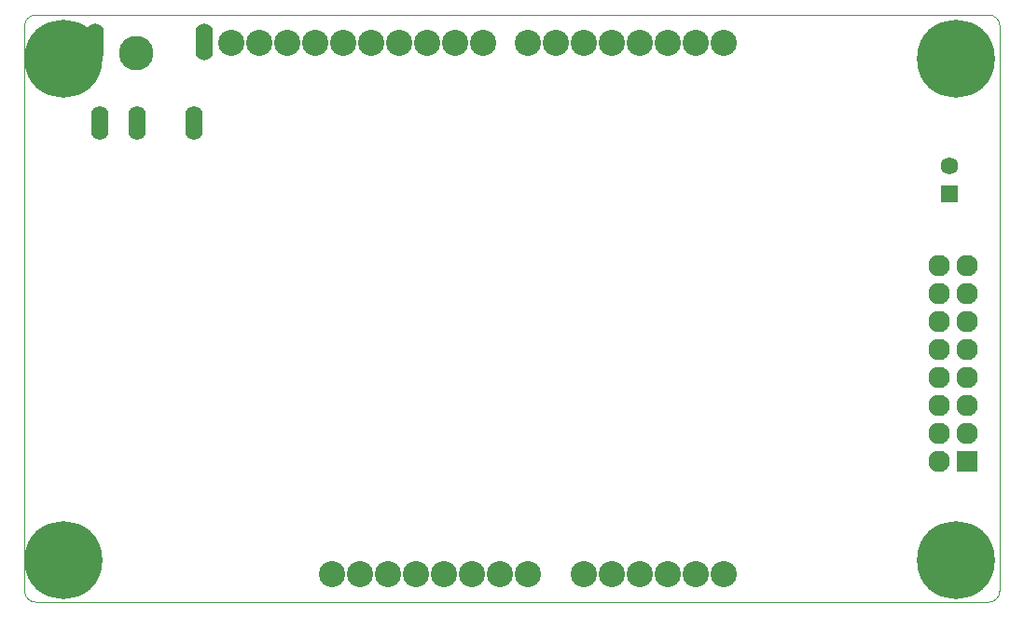
<source format=gbs>
G04*
G04 #@! TF.GenerationSoftware,Altium Limited,Altium Designer,24.5.2 (23)*
G04*
G04 Layer_Color=16711935*
%FSLAX25Y25*%
%MOIN*%
G70*
G04*
G04 #@! TF.SameCoordinates,2965B117-A723-4B34-A477-EC79056530B1*
G04*
G04*
G04 #@! TF.FilePolarity,Negative*
G04*
G01*
G75*
%ADD20C,0.00100*%
%ADD51C,0.27859*%
%ADD52C,0.07700*%
%ADD53R,0.07700X0.07700*%
%ADD54C,0.09355*%
%ADD55R,0.06237X0.06237*%
%ADD56C,0.06237*%
%ADD57C,0.12300*%
%ADD58O,0.06206X0.12111*%
%ADD59O,0.06206X0.13292*%
%ADD76C,0.00300*%
D20*
X1276514Y777976D02*
G03*
X1272514Y781876I-3950J-50D01*
G01*
X1272614Y571876D02*
G03*
X1276514Y575876I-50J3950D01*
G01*
X927963Y575876D02*
G03*
X931963Y571876I4000J0D01*
G01*
Y781876D02*
G03*
X927963Y777976I-50J-3950D01*
G01*
X1276514Y575876D02*
Y777976D01*
X1181963Y781876D02*
X1272514D01*
X931963D02*
X1181963D01*
X931963Y571876D02*
X1272614D01*
X927963Y575876D02*
Y777976D01*
D51*
X941805Y766128D02*
D03*
X941805Y586994D02*
D03*
X1260703D02*
D03*
Y766128D02*
D03*
D52*
X1254798Y692112D02*
D03*
X1264798D02*
D03*
X1254798Y682112D02*
D03*
X1264798D02*
D03*
X1254798Y652112D02*
D03*
Y642112D02*
D03*
Y632112D02*
D03*
Y622112D02*
D03*
X1264798Y652112D02*
D03*
Y642112D02*
D03*
Y632112D02*
D03*
Y662112D02*
D03*
Y672112D02*
D03*
X1254798Y662112D02*
D03*
Y672112D02*
D03*
D53*
X1264798Y622112D02*
D03*
D54*
X1037963Y581876D02*
D03*
X1047963D02*
D03*
X1057963D02*
D03*
X1067963D02*
D03*
X1077963D02*
D03*
X1087963D02*
D03*
X1097963D02*
D03*
X1107963D02*
D03*
X1127963D02*
D03*
X1137963D02*
D03*
X1147963D02*
D03*
X1157963D02*
D03*
X1167963D02*
D03*
X1177963D02*
D03*
X1091963Y771876D02*
D03*
X1081963D02*
D03*
X1071963D02*
D03*
X1061963D02*
D03*
X1051963D02*
D03*
X1041963D02*
D03*
X1031963D02*
D03*
X1021963D02*
D03*
X1011963D02*
D03*
X1001963D02*
D03*
X1177963D02*
D03*
X1167963D02*
D03*
X1157963D02*
D03*
X1147963D02*
D03*
X1137963D02*
D03*
X1127963D02*
D03*
X1117963D02*
D03*
X1107963D02*
D03*
D55*
X1258636Y717899D02*
D03*
D56*
Y727742D02*
D03*
D57*
X967743Y768194D02*
D03*
D58*
X954751Y743391D02*
D03*
X968137D02*
D03*
X988609D02*
D03*
D59*
X992152Y772131D02*
D03*
X953176D02*
D03*
D76*
X1221506Y621246D02*
D03*
X1221506Y717702D02*
D03*
X943947D02*
D03*
Y621246D02*
D03*
M02*

</source>
